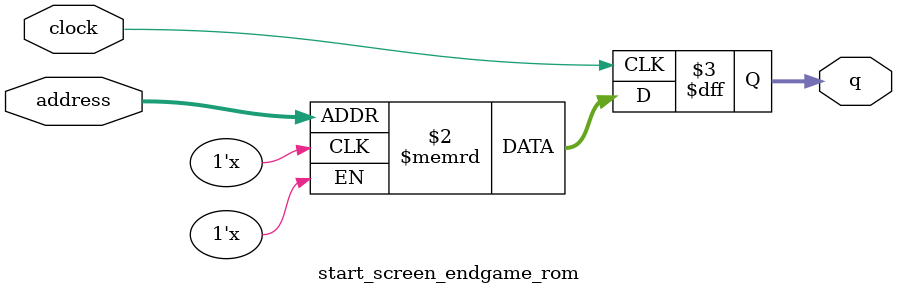
<source format=sv>
module start_screen_endgame_rom (
	input logic clock,
	input logic [16:0] address,
	output logic [3:0] q
);

logic [3:0] memory [0:76799] /* synthesis ram_init_file = "./start_screen_endgame/start_screen_endgame.COE" */;

always_ff @ (posedge clock) begin
	q <= memory[address];
end

endmodule

</source>
